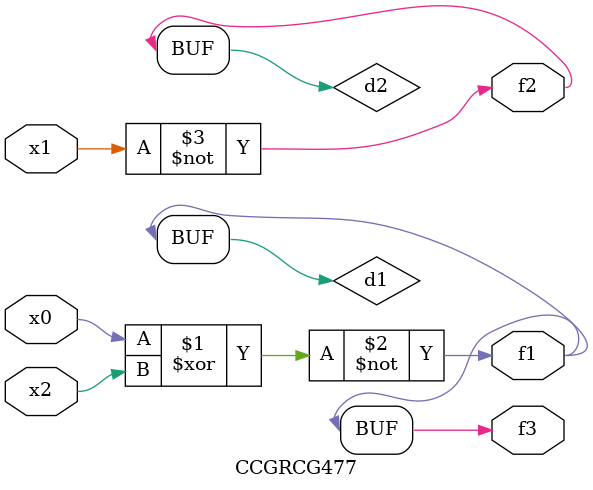
<source format=v>
module CCGRCG477(
	input x0, x1, x2,
	output f1, f2, f3
);

	wire d1, d2, d3;

	xnor (d1, x0, x2);
	nand (d2, x1);
	nor (d3, x1, x2);
	assign f1 = d1;
	assign f2 = d2;
	assign f3 = d1;
endmodule

</source>
